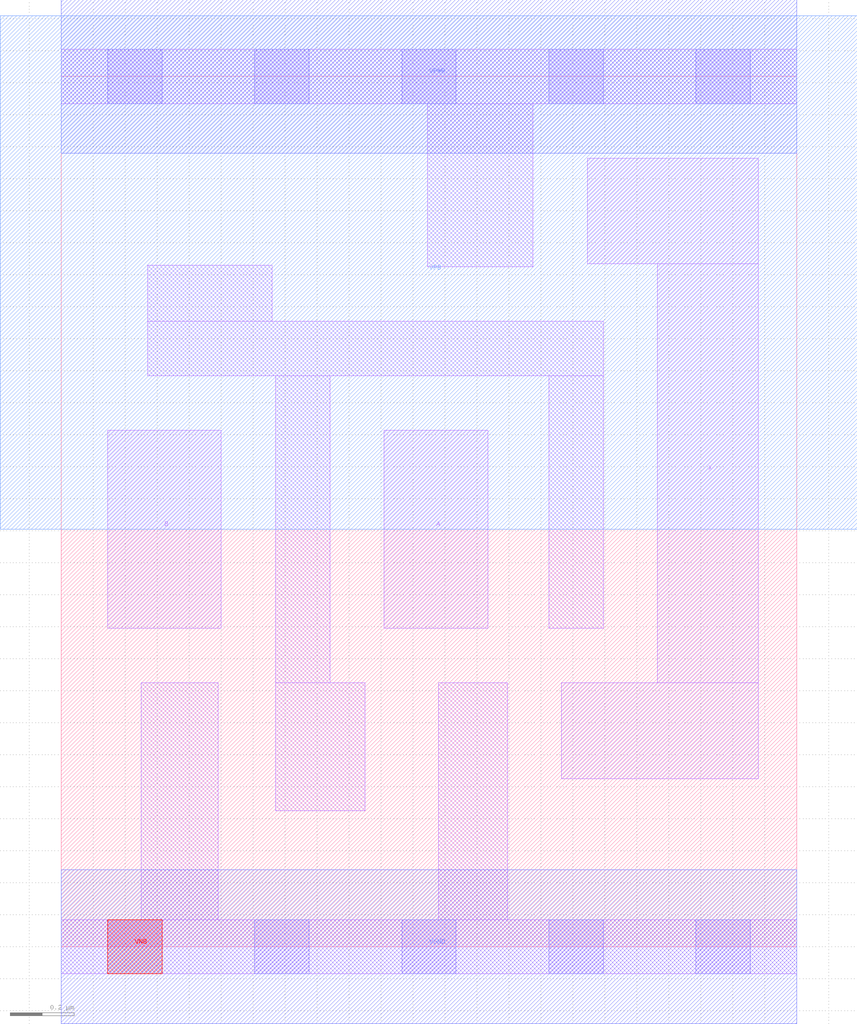
<source format=lef>
# Copyright 2020 The SkyWater PDK Authors
#
# Licensed under the Apache License, Version 2.0 (the "License");
# you may not use this file except in compliance with the License.
# You may obtain a copy of the License at
#
#     https://www.apache.org/licenses/LICENSE-2.0
#
# Unless required by applicable law or agreed to in writing, software
# distributed under the License is distributed on an "AS IS" BASIS,
# WITHOUT WARRANTIES OR CONDITIONS OF ANY KIND, either express or implied.
# See the License for the specific language governing permissions and
# limitations under the License.
#
# SPDX-License-Identifier: Apache-2.0

VERSION 5.7 ;
  NOWIREEXTENSIONATPIN ON ;
  DIVIDERCHAR "/" ;
  BUSBITCHARS "[]" ;
MACRO sky130_fd_sc_hd__or2_0
  CLASS CORE ;
  FOREIGN sky130_fd_sc_hd__or2_0 ;
  ORIGIN  0.000000  0.000000 ;
  SIZE  2.300000 BY  2.720000 ;
  SYMMETRY X Y R90 ;
  SITE unithd ;
  PIN A
    ANTENNAGATEAREA  0.126000 ;
    DIRECTION INPUT ;
    USE SIGNAL ;
    PORT
      LAYER li1 ;
        RECT 1.010000 0.995000 1.335000 1.615000 ;
    END
  END A
  PIN B
    ANTENNAGATEAREA  0.126000 ;
    DIRECTION INPUT ;
    USE SIGNAL ;
    PORT
      LAYER li1 ;
        RECT 0.145000 0.995000 0.500000 1.615000 ;
    END
  END B
  PIN VNB
    PORT
      LAYER pwell ;
        RECT 0.145000 -0.085000 0.315000 0.085000 ;
    END
  END VNB
  PIN VPB
    PORT
      LAYER nwell ;
        RECT -0.190000 1.305000 2.490000 2.910000 ;
    END
  END VPB
  PIN X
    ANTENNADIFFAREA  0.326800 ;
    DIRECTION OUTPUT ;
    USE SIGNAL ;
    PORT
      LAYER li1 ;
        RECT 1.565000 0.525000 2.180000 0.825000 ;
        RECT 1.645000 2.135000 2.180000 2.465000 ;
        RECT 1.865000 0.825000 2.180000 2.135000 ;
    END
  END X
  PIN VGND
    DIRECTION INOUT ;
    SHAPE ABUTMENT ;
    USE GROUND ;
    PORT
      LAYER met1 ;
        RECT 0.000000 -0.240000 2.300000 0.240000 ;
    END
  END VGND
  PIN VPWR
    DIRECTION INOUT ;
    SHAPE ABUTMENT ;
    USE POWER ;
    PORT
      LAYER met1 ;
        RECT 0.000000 2.480000 2.300000 2.960000 ;
    END
  END VPWR
  OBS
    LAYER li1 ;
      RECT 0.000000 -0.085000 2.300000 0.085000 ;
      RECT 0.000000  2.635000 2.300000 2.805000 ;
      RECT 0.250000  0.085000 0.490000 0.825000 ;
      RECT 0.270000  1.785000 1.695000 1.955000 ;
      RECT 0.270000  1.955000 0.660000 2.130000 ;
      RECT 0.670000  0.425000 0.950000 0.825000 ;
      RECT 0.670000  0.825000 0.840000 1.785000 ;
      RECT 1.145000  2.125000 1.475000 2.635000 ;
      RECT 1.180000  0.085000 1.395000 0.825000 ;
      RECT 1.525000  0.995000 1.695000 1.785000 ;
    LAYER mcon ;
      RECT 0.145000 -0.085000 0.315000 0.085000 ;
      RECT 0.145000  2.635000 0.315000 2.805000 ;
      RECT 0.605000 -0.085000 0.775000 0.085000 ;
      RECT 0.605000  2.635000 0.775000 2.805000 ;
      RECT 1.065000 -0.085000 1.235000 0.085000 ;
      RECT 1.065000  2.635000 1.235000 2.805000 ;
      RECT 1.525000 -0.085000 1.695000 0.085000 ;
      RECT 1.525000  2.635000 1.695000 2.805000 ;
      RECT 1.985000 -0.085000 2.155000 0.085000 ;
      RECT 1.985000  2.635000 2.155000 2.805000 ;
  END
END sky130_fd_sc_hd__or2_0
END LIBRARY

</source>
